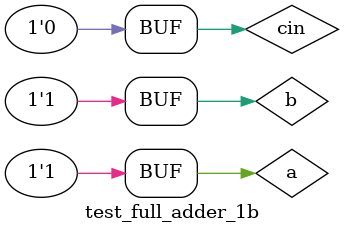
<source format=v>
`timescale 1ns / 1ps
module test_full_adder_1b;
reg a,b,cin;
wire s,cout;

Full_adder_1b uut(.a(a), .b(b), .cin(cin), .s(s), .cout(cout));
initial 
begin
a=1;
b=1;
cin=1;
end

initial 
begin
#100 b<=0;
#100 cin<=0;
#500 b<=1;
end

endmodule

</source>
